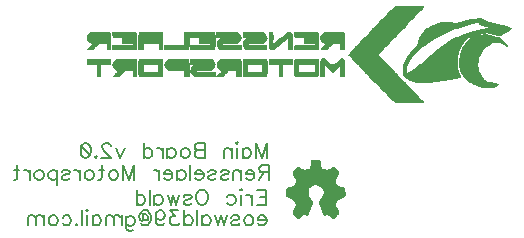
<source format=gbr>
G04 DipTrace 2.4.0.2*
%INBottomSilk.gbr*%
%MOIN*%
%ADD12C,0.003*%
%ADD77C,0.0077*%
%FSLAX44Y44*%
G04*
G70*
G90*
G75*
G01*
%LNBotSilk*%
%LPD*%
X17241Y12154D2*
D12*
X18201D1*
X17211Y12124D2*
X18185D1*
X17181Y12094D2*
X18163D1*
X17151Y12064D2*
X18138D1*
X17121Y12034D2*
X18110D1*
X17091Y12004D2*
X18080D1*
X17061Y11974D2*
X18051D1*
X17031Y11944D2*
X18021D1*
X17001Y11914D2*
X17991D1*
X16971Y11884D2*
X17961D1*
X16941Y11854D2*
X17931D1*
X16911Y11824D2*
X17901D1*
X16881Y11794D2*
X17871D1*
X16851Y11764D2*
X17841D1*
X20031D2*
X20121D1*
X16821Y11734D2*
X17811D1*
X19904D2*
X20138D1*
X16791Y11704D2*
X17781D1*
X19775D2*
X20155D1*
X16761Y11674D2*
X17751D1*
X19649D2*
X20203D1*
X16732Y11644D2*
X17721D1*
X19528D2*
X20284D1*
X16706Y11614D2*
X17692D1*
X18801D2*
X19101D1*
X19409D2*
X20395D1*
X16683Y11584D2*
X17666D1*
X18695D2*
X19249D1*
X19287D2*
X19830D1*
X20037D2*
X20521D1*
X16660Y11554D2*
X17643D1*
X18602D2*
X19726D1*
X20063D2*
X20659D1*
X16631Y11524D2*
X17621D1*
X18522D2*
X19626D1*
X20146D2*
X20804D1*
X16597Y11494D2*
X17596D1*
X18455D2*
X19526D1*
X20265D2*
X20936D1*
X16560Y11464D2*
X17569D1*
X18398D2*
X19427D1*
X20412D2*
X21032D1*
X16527Y11434D2*
X17539D1*
X18348D2*
X19331D1*
X20571D2*
X21100D1*
X16498Y11404D2*
X17507D1*
X18305D2*
X19241D1*
X20351D2*
X21128D1*
X16474Y11374D2*
X17474D1*
X18267D2*
X19161D1*
X20165D2*
X21093D1*
X16451Y11344D2*
X17443D1*
X18234D2*
X18725D1*
X18757D2*
X19090D1*
X20009D2*
X21040D1*
X16426Y11314D2*
X17416D1*
X18203D2*
X19024D1*
X19873D2*
X20979D1*
X7101Y11284D2*
X7731D1*
X7821D2*
X8601D1*
X8721D2*
X9471D1*
X10221D2*
X10371D1*
X10431D2*
X11211D1*
X11301D2*
X11991D1*
X12171D2*
X12831D1*
X13041D2*
X13161D1*
X13671D2*
X13761D1*
X13881D2*
X14661D1*
X14901D2*
X15531D1*
X16399D2*
X17388D1*
X18176D2*
X18958D1*
X19753D2*
X20920D1*
X7058Y11254D2*
X7745D1*
X7821D2*
X8615D1*
X8711D2*
X9485D1*
X10221D2*
X10371D1*
X10431D2*
X11225D1*
X11301D2*
X12030D1*
X12171D2*
X12873D1*
X13041D2*
X13162D1*
X13635D2*
X13789D1*
X13881D2*
X14675D1*
X14848D2*
X15545D1*
X16370D2*
X17360D1*
X18153D2*
X18893D1*
X19645D2*
X20241D1*
X20434D2*
X20864D1*
X7025Y11224D2*
X7753D1*
X7822D2*
X8623D1*
X8702D2*
X9493D1*
X10221D2*
X10371D1*
X10431D2*
X11233D1*
X11301D2*
X12060D1*
X12171D2*
X12907D1*
X13041D2*
X13166D1*
X13595D2*
X13809D1*
X13882D2*
X14683D1*
X14809D2*
X15553D1*
X16341D2*
X17330D1*
X18132D2*
X18828D1*
X19550D2*
X20091D1*
X20181D2*
X20241D1*
X20553D2*
X20808D1*
X6999Y11194D2*
X7758D1*
X7827D2*
X8628D1*
X8696D2*
X9498D1*
X10221D2*
X10371D1*
X10431D2*
X11238D1*
X11301D2*
X12082D1*
X12171D2*
X12933D1*
X13041D2*
X13173D1*
X13553D2*
X13815D1*
X13887D2*
X14688D1*
X14783D2*
X15558D1*
X16311D2*
X17301D1*
X18111D2*
X18762D1*
X19469D2*
X19925D1*
X19957D2*
X20391D1*
X20661D2*
X20751D1*
X6989Y11164D2*
X7760D1*
X7837D2*
X8630D1*
X8693D2*
X9500D1*
X10221D2*
X10371D1*
X10431D2*
X11240D1*
X11301D2*
X12096D1*
X12171D2*
X12943D1*
X13041D2*
X13181D1*
X13513D2*
X13819D1*
X13897D2*
X14690D1*
X14767D2*
X15560D1*
X16281D2*
X17271D1*
X18092D2*
X18701D1*
X19399D2*
X19803D1*
X19876D2*
X20512D1*
X6985Y11134D2*
X7760D1*
X7851D2*
X8630D1*
X8692D2*
X9500D1*
X10221D2*
X10371D1*
X10431D2*
X11240D1*
X11301D2*
X12104D1*
X12171D2*
X12953D1*
X13041D2*
X13185D1*
X13476D2*
X13820D1*
X13911D2*
X14690D1*
X14758D2*
X15560D1*
X16251D2*
X17241D1*
X18076D2*
X18650D1*
X19337D2*
X19738D1*
X19839D2*
X20605D1*
X6982Y11104D2*
X7131D1*
X7641D2*
X7761D1*
X8511D2*
X8631D1*
X8691D2*
X8841D1*
X9351D2*
X9501D1*
X10221D2*
X10371D1*
X11091D2*
X11241D1*
X11931D2*
X12107D1*
X12801D2*
X12966D1*
X13041D2*
X13184D1*
X13439D2*
X13821D1*
X14571D2*
X14691D1*
X14755D2*
X14931D1*
X15411D2*
X15561D1*
X16221D2*
X17211D1*
X18063D2*
X18603D1*
X19274D2*
X19687D1*
X19800D2*
X20679D1*
X6983Y11074D2*
X7761D1*
X8151D2*
X8631D1*
X8691D2*
X9501D1*
X10221D2*
X10371D1*
X10731D2*
X11241D1*
X11421D2*
X12106D1*
X12291D2*
X12981D1*
X13041D2*
X13178D1*
X13404D2*
X13821D1*
X14211D2*
X14691D1*
X14757D2*
X15561D1*
X16191D2*
X17181D1*
X18052D2*
X18553D1*
X19209D2*
X19648D1*
X19761D2*
X20741D1*
X6988Y11044D2*
X7761D1*
X8151D2*
X8631D1*
X8691D2*
X9501D1*
X10221D2*
X10371D1*
X10731D2*
X11241D1*
X11378D2*
X12093D1*
X12245D2*
X12961D1*
X13041D2*
X13171D1*
X13368D2*
X13606D1*
X13701D2*
X13821D1*
X14211D2*
X14691D1*
X14765D2*
X15561D1*
X16161D2*
X17151D1*
X18041D2*
X18502D1*
X19146D2*
X19614D1*
X19721D2*
X20791D1*
X6997Y11014D2*
X7761D1*
X8151D2*
X8631D1*
X8691D2*
X9501D1*
X10221D2*
X10371D1*
X10731D2*
X11241D1*
X11345D2*
X12071D1*
X12211D2*
X12939D1*
X13041D2*
X13166D1*
X13329D2*
X13569D1*
X13701D2*
X13821D1*
X14211D2*
X14691D1*
X14780D2*
X15561D1*
X16131D2*
X17121D1*
X18031D2*
X18452D1*
X19089D2*
X19582D1*
X19682D2*
X20831D1*
X7028Y10984D2*
X7761D1*
X8151D2*
X8631D1*
X8691D2*
X9501D1*
X10221D2*
X10371D1*
X10731D2*
X11241D1*
X11319D2*
X12042D1*
X12187D2*
X12910D1*
X13041D2*
X13164D1*
X13290D2*
X13531D1*
X13701D2*
X13821D1*
X14211D2*
X14691D1*
X14800D2*
X15561D1*
X16101D2*
X17092D1*
X18021D2*
X18402D1*
X19039D2*
X19552D1*
X19647D2*
X20863D1*
X7069Y10954D2*
X7761D1*
X8151D2*
X8631D1*
X8691D2*
X9501D1*
X10221D2*
X10371D1*
X10731D2*
X11241D1*
X11309D2*
X12003D1*
X12179D2*
X12873D1*
X13041D2*
X13168D1*
X13250D2*
X13496D1*
X13701D2*
X13821D1*
X14211D2*
X14691D1*
X14841D2*
X15561D1*
X16071D2*
X17065D1*
X18011D2*
X18356D1*
X18994D2*
X19526D1*
X19618D2*
X20892D1*
X7115Y10924D2*
X7761D1*
X8151D2*
X8631D1*
X8691D2*
X9501D1*
X10221D2*
X10371D1*
X10731D2*
X11241D1*
X11305D2*
X11961D1*
X12174D2*
X12831D1*
X13041D2*
X13177D1*
X13207D2*
X13462D1*
X13701D2*
X13821D1*
X14211D2*
X14691D1*
X14886D2*
X15561D1*
X16041D2*
X17038D1*
X18002D2*
X18314D1*
X18952D2*
X19503D1*
X19594D2*
X20445D1*
X20811D2*
X20921D1*
X7161Y10894D2*
X7341D1*
X7641D2*
X7761D1*
X8511D2*
X8631D1*
X8691D2*
X8841D1*
X9381D2*
X9501D1*
X10221D2*
X10371D1*
X11091D2*
X11241D1*
X11302D2*
X11481D1*
X12172D2*
X12351D1*
X13041D2*
X13427D1*
X13701D2*
X13821D1*
X14571D2*
X14691D1*
X14931D2*
X15141D1*
X15411D2*
X15561D1*
X16011D2*
X17009D1*
X17994D2*
X18275D1*
X18910D2*
X19482D1*
X19572D2*
X20404D1*
X20871D2*
X20950D1*
X7131Y10864D2*
X7311D1*
X7641D2*
X7761D1*
X7821D2*
X8631D1*
X8691D2*
X8841D1*
X9381D2*
X9501D1*
X9561D2*
X10371D1*
X10431D2*
X11241D1*
X11303D2*
X12111D1*
X12173D2*
X12951D1*
X13041D2*
X13389D1*
X13701D2*
X13821D1*
X13911D2*
X14691D1*
X14901D2*
X15111D1*
X15411D2*
X15561D1*
X15981D2*
X16976D1*
X17982D2*
X18234D1*
X18867D2*
X19461D1*
X19551D2*
X20359D1*
X20931D2*
X20972D1*
X7101Y10834D2*
X7281D1*
X7641D2*
X7761D1*
X7821D2*
X8631D1*
X8691D2*
X8841D1*
X9381D2*
X9501D1*
X9561D2*
X10371D1*
X10431D2*
X11241D1*
X11307D2*
X12111D1*
X12176D2*
X12951D1*
X13042D2*
X13350D1*
X13701D2*
X13821D1*
X13897D2*
X14691D1*
X14871D2*
X15081D1*
X15411D2*
X15561D1*
X15952D2*
X16944D1*
X17962D2*
X18193D1*
X18824D2*
X19442D1*
X19532D2*
X20316D1*
X20991D2*
D3*
X7071Y10804D2*
X7252D1*
X7641D2*
X7761D1*
X7821D2*
X8631D1*
X8691D2*
X8841D1*
X9381D2*
X9501D1*
X9561D2*
X10370D1*
X10431D2*
X11240D1*
X11319D2*
X12111D1*
X12186D2*
X12951D1*
X13046D2*
X13312D1*
X13701D2*
X13821D1*
X13888D2*
X14691D1*
X14842D2*
X15052D1*
X15411D2*
X15561D1*
X15926D2*
X16913D1*
X17937D2*
X18153D1*
X18783D2*
X19426D1*
X19515D2*
X20278D1*
X7041Y10774D2*
X7227D1*
X7641D2*
X7761D1*
X7821D2*
X8631D1*
X8691D2*
X8841D1*
X9381D2*
X9501D1*
X9561D2*
X10365D1*
X10431D2*
X11235D1*
X11339D2*
X12111D1*
X12203D2*
X12951D1*
X13053D2*
X13276D1*
X13701D2*
X13821D1*
X13884D2*
X14691D1*
X14817D2*
X15027D1*
X15411D2*
X15561D1*
X15903D2*
X16886D1*
X17910D2*
X18116D1*
X18745D2*
X19413D1*
X19499D2*
X20244D1*
X7011Y10744D2*
X7207D1*
X7641D2*
X7761D1*
X7821D2*
X8631D1*
X8691D2*
X8841D1*
X9381D2*
X9501D1*
X9561D2*
X10355D1*
X10431D2*
X11225D1*
X11364D2*
X12111D1*
X12229D2*
X12951D1*
X13062D2*
X13246D1*
X13701D2*
X13821D1*
X13882D2*
X14691D1*
X14797D2*
X15007D1*
X15411D2*
X15561D1*
X15881D2*
X16863D1*
X17879D2*
X18083D1*
X18708D2*
X19402D1*
X19485D2*
X20213D1*
X6981Y10714D2*
X7191D1*
X7641D2*
X7761D1*
X7821D2*
X8631D1*
X8691D2*
X8841D1*
X9381D2*
X9501D1*
X9561D2*
X10341D1*
X10431D2*
X11211D1*
X11391D2*
X12111D1*
X12261D2*
X12951D1*
X13071D2*
X13221D1*
X13701D2*
X13821D1*
X13881D2*
X14691D1*
X14781D2*
X14991D1*
X15411D2*
X15561D1*
X15856D2*
X16841D1*
X17847D2*
X18052D1*
X18670D2*
X19390D1*
X19472D2*
X20186D1*
X15829Y10684D2*
X16816D1*
X17815D2*
X18021D1*
X18631D2*
X19377D1*
X19462D2*
X20163D1*
X15799Y10654D2*
X16789D1*
X17787D2*
X17991D1*
X18595D2*
X19364D1*
X19451D2*
X20142D1*
X15767Y10624D2*
X16760D1*
X17764D2*
X17960D1*
X18559D2*
X19353D1*
X19441D2*
X20121D1*
X15736Y10594D2*
X16731D1*
X17742D2*
X17927D1*
X18524D2*
X19345D1*
X19431D2*
X20102D1*
X15710Y10564D2*
X16701D1*
X17721D2*
X17894D1*
X18492D2*
X19338D1*
X19421D2*
X20085D1*
X15700Y10534D2*
X16671D1*
X17701D2*
X17863D1*
X18461D2*
X19330D1*
X19412D2*
X20069D1*
X15721Y10504D2*
X16701D1*
X17681D2*
X17837D1*
X18426D2*
X19321D1*
X19406D2*
X20055D1*
X15745Y10474D2*
X16731D1*
X17661D2*
X17813D1*
X18389D2*
X19316D1*
X19403D2*
X20042D1*
X15773Y10444D2*
X16761D1*
X17641D2*
X17792D1*
X18350D2*
X19313D1*
X19402D2*
X20032D1*
X14811Y10414D2*
X14901D1*
X15441D2*
X15501D1*
X15802D2*
X16791D1*
X17621D2*
X17771D1*
X18312D2*
X19312D1*
X19401D2*
X20021D1*
X6981Y10384D2*
X7761D1*
X7941D2*
X8631D1*
X8721D2*
X9471D1*
X9681D2*
X10341D1*
X10431D2*
X11151D1*
X11421D2*
X12081D1*
X12171D2*
X12951D1*
X13041D2*
X13821D1*
X13911D2*
X14691D1*
X14787D2*
X14931D1*
X15411D2*
X15525D1*
X15831D2*
X16821D1*
X17602D2*
X17751D1*
X18276D2*
X19311D1*
X19400D2*
X20012D1*
X6981Y10354D2*
X7761D1*
X7912D2*
X8631D1*
X8707D2*
X9485D1*
X9642D2*
X10355D1*
X10431D2*
X11176D1*
X11375D2*
X12095D1*
X12171D2*
X12961D1*
X13041D2*
X13821D1*
X13897D2*
X14691D1*
X14769D2*
X14961D1*
X15381D2*
X15543D1*
X15861D2*
X16851D1*
X17586D2*
X17732D1*
X18243D2*
X19311D1*
X19396D2*
X20006D1*
X6981Y10324D2*
X7761D1*
X7886D2*
X8631D1*
X8698D2*
X9493D1*
X9612D2*
X10363D1*
X10431D2*
X11198D1*
X11341D2*
X12103D1*
X12171D2*
X12970D1*
X13041D2*
X13821D1*
X13888D2*
X14691D1*
X14759D2*
X14991D1*
X15350D2*
X15553D1*
X15891D2*
X16881D1*
X17573D2*
X17715D1*
X18211D2*
X19311D1*
X19389D2*
X20003D1*
X6981Y10294D2*
X7761D1*
X7864D2*
X8631D1*
X8694D2*
X9498D1*
X9590D2*
X10368D1*
X10431D2*
X11215D1*
X11317D2*
X12108D1*
X12171D2*
X12976D1*
X13041D2*
X13821D1*
X13884D2*
X14691D1*
X14754D2*
X15021D1*
X15316D2*
X15557D1*
X15921D2*
X16911D1*
X17561D2*
X17699D1*
X18177D2*
X19311D1*
X19382D2*
X20002D1*
X6981Y10264D2*
X7761D1*
X7847D2*
X8631D1*
X8692D2*
X9500D1*
X9576D2*
X10370D1*
X10431D2*
X11227D1*
X11309D2*
X12110D1*
X12171D2*
X12979D1*
X13041D2*
X13821D1*
X13882D2*
X14691D1*
X14752D2*
X15053D1*
X15276D2*
X15560D1*
X15951D2*
X16941D1*
X17547D2*
X17684D1*
X18143D2*
X19311D1*
X19381D2*
X20001D1*
X6981Y10234D2*
X7761D1*
X7836D2*
X8631D1*
X8691D2*
X9500D1*
X9568D2*
X10370D1*
X10431D2*
X11235D1*
X11304D2*
X12110D1*
X12171D2*
X12980D1*
X13041D2*
X13821D1*
X13881D2*
X14691D1*
X14751D2*
X15093D1*
X15229D2*
X15560D1*
X15981D2*
X16971D1*
X17534D2*
X17668D1*
X18107D2*
X19311D1*
X19385D2*
X20001D1*
X7311Y10204D2*
X7431D1*
X7829D2*
X8001D1*
X8511D2*
X8631D1*
X8691D2*
X8841D1*
X9351D2*
X9501D1*
X9565D2*
X9741D1*
X10221D2*
X10371D1*
X11091D2*
X11237D1*
X11302D2*
X11451D1*
X11961D2*
X12111D1*
X12171D2*
X12321D1*
X12831D2*
X12981D1*
X13371D2*
X13491D1*
X13881D2*
X14031D1*
X14571D2*
X14691D1*
X14751D2*
X15143D1*
X15173D2*
X15561D1*
X16011D2*
X17001D1*
X17523D2*
X17653D1*
X18069D2*
X19311D1*
X19392D2*
X20001D1*
X7311Y10174D2*
X7431D1*
X7835D2*
X8631D1*
X8691D2*
X8841D1*
X9351D2*
X9501D1*
X9567D2*
X10371D1*
X10521D2*
X11235D1*
X11303D2*
X12111D1*
X12171D2*
X12321D1*
X12831D2*
X12981D1*
X13371D2*
X13491D1*
X13881D2*
X14031D1*
X14571D2*
X14691D1*
X14751D2*
X15561D1*
X16040D2*
X17031D1*
X17517D2*
X17638D1*
X18031D2*
X19311D1*
X19396D2*
X20001D1*
X7311Y10144D2*
X7431D1*
X7844D2*
X8631D1*
X8691D2*
X8841D1*
X9351D2*
X9501D1*
X9575D2*
X10371D1*
X10489D2*
X11227D1*
X11307D2*
X12111D1*
X12171D2*
X12321D1*
X12831D2*
X12981D1*
X13371D2*
X13491D1*
X13881D2*
X14031D1*
X14571D2*
X14691D1*
X14751D2*
X14901D1*
X14956D2*
X15561D1*
X16067D2*
X17061D1*
X17513D2*
X17625D1*
X17995D2*
X19312D1*
X19399D2*
X20001D1*
X7311Y10114D2*
X7431D1*
X7855D2*
X8631D1*
X8691D2*
X8841D1*
X9351D2*
X9501D1*
X9588D2*
X10371D1*
X10464D2*
X11213D1*
X11317D2*
X12111D1*
X12171D2*
X12321D1*
X12831D2*
X12981D1*
X13371D2*
X13491D1*
X13881D2*
X14031D1*
X14571D2*
X14691D1*
X14751D2*
X14901D1*
X14980D2*
X15351D1*
X15411D2*
X15561D1*
X16094D2*
X17091D1*
X17512D2*
X17613D1*
X17958D2*
X19316D1*
X19400D2*
X20002D1*
X7311Y10084D2*
X7431D1*
X7884D2*
X8631D1*
X8691D2*
X8841D1*
X9351D2*
X9501D1*
X9610D2*
X10371D1*
X10447D2*
X11191D1*
X11345D2*
X12111D1*
X12171D2*
X12321D1*
X12831D2*
X12981D1*
X13371D2*
X13491D1*
X13881D2*
X14031D1*
X14571D2*
X14691D1*
X14751D2*
X14901D1*
X15006D2*
X15321D1*
X15411D2*
X15561D1*
X16123D2*
X17121D1*
X17511D2*
X17607D1*
X17918D2*
X19323D1*
X19402D2*
X20006D1*
X7311Y10054D2*
X7431D1*
X7921D2*
X8631D1*
X8691D2*
X8841D1*
X9351D2*
X9501D1*
X9643D2*
X10371D1*
X10438D2*
X11159D1*
X11382D2*
X12111D1*
X12171D2*
X12321D1*
X12831D2*
X12981D1*
X13371D2*
X13491D1*
X13881D2*
X14031D1*
X14571D2*
X14691D1*
X14751D2*
X14901D1*
X15038D2*
X15290D1*
X15411D2*
X15561D1*
X16156D2*
X17151D1*
X17511D2*
X17603D1*
X17875D2*
X19332D1*
X19406D2*
X20013D1*
X7311Y10024D2*
X7431D1*
X7961D2*
X8631D1*
X8691D2*
X8841D1*
X9351D2*
X9501D1*
X9681D2*
X10371D1*
X10434D2*
X11121D1*
X11430D2*
X12111D1*
X12171D2*
X12321D1*
X12831D2*
X12981D1*
X13371D2*
X13491D1*
X13881D2*
X14031D1*
X14571D2*
X14691D1*
X14751D2*
X14901D1*
X15073D2*
X15255D1*
X15411D2*
X15561D1*
X16188D2*
X17180D1*
X17511D2*
X17602D1*
X17828D2*
X19341D1*
X19414D2*
X20022D1*
X7311Y9994D2*
X7431D1*
X8001D2*
X8212D1*
X8511D2*
X8631D1*
X8691D2*
X8841D1*
X9351D2*
X9501D1*
X10221D2*
X10371D1*
X10432D2*
X10611D1*
X11481D2*
X11662D1*
X11961D2*
X12111D1*
X12171D2*
X12321D1*
X12831D2*
X12981D1*
X13371D2*
X13491D1*
X13881D2*
X14031D1*
X14571D2*
X14691D1*
X14751D2*
X14901D1*
X15107D2*
X15215D1*
X15411D2*
X15561D1*
X16218D2*
X17206D1*
X17511D2*
X17604D1*
X17778D2*
X19351D1*
X19426D2*
X20031D1*
X7311Y9964D2*
X7431D1*
X7981D2*
X8186D1*
X8511D2*
X8631D1*
X8691D2*
X9501D1*
X10221D2*
X10371D1*
X10433D2*
X11241D1*
X11451D2*
X11636D1*
X11961D2*
X12111D1*
X12171D2*
X12981D1*
X13371D2*
X13491D1*
X13881D2*
X14691D1*
X14751D2*
X14901D1*
X15141D2*
X15171D1*
X15411D2*
X15561D1*
X16245D2*
X17229D1*
X17511D2*
X17609D1*
X17725D2*
X19361D1*
X19439D2*
X20042D1*
X7311Y9934D2*
X7431D1*
X7959D2*
X8163D1*
X8511D2*
X8631D1*
X8691D2*
X9501D1*
X10221D2*
X10371D1*
X10437D2*
X11241D1*
X11421D2*
X11613D1*
X11961D2*
X12111D1*
X12171D2*
X12980D1*
X13371D2*
X13491D1*
X13881D2*
X14691D1*
X14751D2*
X14901D1*
X15411D2*
X15561D1*
X16268D2*
X17251D1*
X17511D2*
X17632D1*
X17665D2*
X19371D1*
X19454D2*
X20056D1*
X7311Y9904D2*
X7431D1*
X7932D2*
X8141D1*
X8511D2*
X8631D1*
X8692D2*
X9500D1*
X10221D2*
X10371D1*
X10447D2*
X11241D1*
X11391D2*
X11591D1*
X11961D2*
X12111D1*
X12171D2*
X12976D1*
X13371D2*
X13491D1*
X13882D2*
X14690D1*
X14751D2*
X14901D1*
X15411D2*
X15561D1*
X16291D2*
X17276D1*
X17512D2*
X19382D1*
X19469D2*
X20073D1*
X7311Y9874D2*
X7431D1*
X7902D2*
X8116D1*
X8511D2*
X8631D1*
X8697D2*
X9495D1*
X10221D2*
X10371D1*
X10474D2*
X11241D1*
X11361D2*
X11566D1*
X11961D2*
X12111D1*
X12171D2*
X12968D1*
X13371D2*
X13491D1*
X13887D2*
X14685D1*
X14751D2*
X14901D1*
X15411D2*
X15561D1*
X16316D2*
X17303D1*
X17515D2*
X19395D1*
X19485D2*
X20092D1*
X7311Y9844D2*
X7431D1*
X7875D2*
X8089D1*
X8511D2*
X8631D1*
X8707D2*
X9485D1*
X10221D2*
X10371D1*
X10510D2*
X11241D1*
X11331D2*
X11539D1*
X11961D2*
X12111D1*
X12171D2*
X12959D1*
X13371D2*
X13491D1*
X13897D2*
X14675D1*
X14751D2*
X14901D1*
X15411D2*
X15561D1*
X16343D2*
X17332D1*
X17534D2*
X19408D1*
X19503D2*
X20111D1*
X7311Y9814D2*
X7431D1*
X7851D2*
X8061D1*
X8511D2*
X8631D1*
X8721D2*
X9471D1*
X10221D2*
X10371D1*
X10551D2*
X11241D1*
X11301D2*
X11511D1*
X11961D2*
X12111D1*
X12171D2*
X12951D1*
X13371D2*
X13491D1*
X13911D2*
X14661D1*
X14751D2*
X14901D1*
X15411D2*
X15561D1*
X16372D2*
X17361D1*
X17562D2*
X19420D1*
X19527D2*
X20131D1*
X16401Y9784D2*
X17391D1*
X17599D2*
X19431D1*
X19553D2*
X20151D1*
X16431Y9754D2*
X17421D1*
X17642D2*
X19251D1*
X19582D2*
X20172D1*
X16461Y9724D2*
X17451D1*
X17694D2*
X19068D1*
X19611D2*
X20197D1*
X16492Y9694D2*
X17481D1*
X17764D2*
X18865D1*
X19642D2*
X20230D1*
X16526Y9664D2*
X17511D1*
X17856D2*
X18631D1*
X19677D2*
X20271D1*
X16563Y9634D2*
X17541D1*
X17961D2*
X18381D1*
X19719D2*
X20328D1*
X16601Y9604D2*
X17571D1*
X19770D2*
X20415D1*
X16635Y9574D2*
X17601D1*
X19830D2*
X20542D1*
X16664Y9544D2*
X17631D1*
X19897D2*
X20691D1*
X16688Y9514D2*
X17661D1*
X19973D2*
X20641D1*
X16711Y9484D2*
X17691D1*
X20059D2*
X20592D1*
X16736Y9454D2*
X17721D1*
X20151D2*
X20541D1*
X16763Y9424D2*
X17751D1*
X16792Y9394D2*
X17780D1*
X16821Y9364D2*
X17807D1*
X16851Y9334D2*
X17834D1*
X16881Y9304D2*
X17863D1*
X16911Y9274D2*
X17896D1*
X16941Y9244D2*
X17928D1*
X16971Y9214D2*
X17958D1*
X17001Y9184D2*
X17985D1*
X17031Y9154D2*
X18008D1*
X17061Y9124D2*
X18031D1*
X17091Y9094D2*
X18056D1*
X17121Y9064D2*
X18083D1*
X17151Y9034D2*
X18112D1*
X17181Y9004D2*
X18141D1*
X17211Y8974D2*
X18171D1*
X17241Y8944D2*
X18201D1*
X14461Y7034D2*
X14731D1*
X14461Y7004D2*
X14732D1*
X14460Y6974D2*
X14736D1*
X14456Y6944D2*
X14743D1*
X14449Y6914D2*
X14751D1*
X14441Y6884D2*
X14756D1*
X14436Y6854D2*
X14760D1*
X14432Y6824D2*
X14765D1*
X13981Y6794D2*
X14041D1*
X14427D2*
X14775D1*
X15151D2*
X15211D1*
X13952Y6764D2*
X14081D1*
X14411D2*
X14790D1*
X15110D2*
X15241D1*
X13926Y6734D2*
X14123D1*
X14373D2*
X14824D1*
X15069D2*
X15271D1*
X13903Y6704D2*
X14168D1*
X14318D2*
X14877D1*
X15024D2*
X15300D1*
X13882Y6674D2*
X14221D1*
X14244D2*
X14949D1*
X14971D2*
X15325D1*
X13862Y6644D2*
X15342D1*
X13845Y6614D2*
X15354D1*
X13841Y6584D2*
X15353D1*
X13850Y6554D2*
X15346D1*
X13865Y6524D2*
X15334D1*
X13882Y6494D2*
X15318D1*
X13901Y6464D2*
X15300D1*
X13920Y6434D2*
X15282D1*
X13935Y6404D2*
X15266D1*
X13943Y6374D2*
X15254D1*
X13947Y6344D2*
X15248D1*
X13945Y6314D2*
X15249D1*
X13937Y6284D2*
X15255D1*
X13925Y6254D2*
X15266D1*
X13909Y6224D2*
X14552D1*
X14629D2*
X15282D1*
X13888Y6194D2*
X14497D1*
X14694D2*
X15303D1*
X13836Y6164D2*
X14451D1*
X14744D2*
X15356D1*
X13768Y6134D2*
X14414D1*
X14783D2*
X15424D1*
X13705Y6104D2*
X14388D1*
X14812D2*
X15487D1*
X13655Y6074D2*
X14368D1*
X14833D2*
X15537D1*
X13634Y6044D2*
X14355D1*
X14847D2*
X15558D1*
X13627Y6014D2*
X14347D1*
X14859D2*
X15565D1*
X13623Y5984D2*
X14344D1*
X14869D2*
X15568D1*
X13622Y5954D2*
X14342D1*
X14874D2*
X15570D1*
X13621Y5924D2*
X14341D1*
X14874D2*
X15571D1*
X13621Y5894D2*
X14342D1*
X14868D2*
X15571D1*
X13623Y5864D2*
X14346D1*
X14859D2*
X15569D1*
X13626Y5834D2*
X14354D1*
X14849D2*
X15565D1*
X13649Y5804D2*
X14367D1*
X14834D2*
X15543D1*
X13707Y5774D2*
X14384D1*
X14813D2*
X15485D1*
X13775Y5744D2*
X14407D1*
X14788D2*
X15418D1*
X13834Y5714D2*
X14432D1*
X14761D2*
X15362D1*
X13880Y5684D2*
X14455D1*
X14738D2*
X15325D1*
X13901Y5654D2*
X14475D1*
X14720D2*
X15300D1*
X13917Y5624D2*
X14481D1*
X14720D2*
X15281D1*
X13929Y5594D2*
X14476D1*
X14725D2*
X15265D1*
X13939Y5564D2*
X14469D1*
X14732D2*
X15255D1*
X13944Y5534D2*
X14460D1*
X14743D2*
X15249D1*
X13945Y5504D2*
X14449D1*
X14755D2*
X15256D1*
X13933Y5474D2*
X14437D1*
X14768D2*
X15268D1*
X13917Y5444D2*
X14424D1*
X14780D2*
X15284D1*
X13900Y5414D2*
X14412D1*
X14790D2*
X15302D1*
X13881Y5384D2*
X14402D1*
X14801D2*
X15320D1*
X13862Y5354D2*
X14390D1*
X14811D2*
X15336D1*
X13845Y5324D2*
X14377D1*
X14821D2*
X15348D1*
X13840Y5294D2*
X14364D1*
X14831D2*
X15353D1*
X13847Y5264D2*
X14352D1*
X14841D2*
X15355D1*
X13858Y5234D2*
X14341D1*
X14852D2*
X15342D1*
X13875Y5204D2*
X14327D1*
X14865D2*
X15322D1*
X13897Y5174D2*
X14156D1*
X14281D2*
X14311D1*
X14881D2*
X14911D1*
X15036D2*
X15297D1*
X13924Y5144D2*
X14119D1*
X15073D2*
X15270D1*
X13952Y5114D2*
X14080D1*
X15112D2*
X15240D1*
X13981Y5084D2*
X14041D1*
X15151D2*
X15211D1*
X17241Y12154D2*
X17211Y12124D1*
X17181Y12094D1*
X17151Y12064D1*
X17121Y12034D1*
X17091Y12004D1*
X17061Y11974D1*
X17031Y11944D1*
X17001Y11914D1*
X16971Y11884D1*
X16941Y11854D1*
X16911Y11824D1*
X16881Y11794D1*
X16851Y11764D1*
X16821Y11734D1*
X16791Y11704D1*
X16761Y11674D1*
X16732Y11644D1*
X16706Y11614D1*
X16683Y11584D1*
X16660Y11554D1*
X16631Y11524D1*
X16597Y11494D1*
X16560Y11464D1*
X16527Y11434D1*
X16498Y11404D1*
X16474Y11374D1*
X16451Y11344D1*
X16426Y11314D1*
X16399Y11284D1*
X16370Y11254D1*
X16341Y11224D1*
X16311Y11194D1*
X16281Y11164D1*
X16251Y11134D1*
X16221Y11104D1*
X16191Y11074D1*
X16161Y11044D1*
X16131Y11014D1*
X16101Y10984D1*
X16071Y10954D1*
X16041Y10924D1*
X16011Y10894D1*
X15981Y10864D1*
X15952Y10834D1*
X15926Y10804D1*
X15903Y10774D1*
X15881Y10744D1*
X15856Y10714D1*
X15829Y10684D1*
X15799Y10654D1*
X15767Y10624D1*
X15736Y10594D1*
X15710Y10564D1*
X15700Y10534D1*
X15721Y10504D1*
X15745Y10474D1*
X15773Y10444D1*
X15802Y10414D1*
X15831Y10384D1*
X15861Y10354D1*
X15891Y10324D1*
X15921Y10294D1*
X15951Y10264D1*
X15981Y10234D1*
X16011Y10204D1*
X16040Y10174D1*
X16067Y10144D1*
X16094Y10114D1*
X16123Y10084D1*
X16156Y10054D1*
X16188Y10024D1*
X16218Y9994D1*
X16245Y9964D1*
X16268Y9934D1*
X16291Y9904D1*
X16316Y9874D1*
X16343Y9844D1*
X16372Y9814D1*
X16401Y9784D1*
X16431Y9754D1*
X16461Y9724D1*
X16492Y9694D1*
X16526Y9664D1*
X16563Y9634D1*
X16601Y9604D1*
X16635Y9574D1*
X16664Y9544D1*
X16688Y9514D1*
X16711Y9484D1*
X16736Y9454D1*
X16763Y9424D1*
X16792Y9394D1*
X16821Y9364D1*
X16851Y9334D1*
X16881Y9304D1*
X16911Y9274D1*
X16941Y9244D1*
X16971Y9214D1*
X17001Y9184D1*
X17031Y9154D1*
X17061Y9124D1*
X17091Y9094D1*
X17121Y9064D1*
X17151Y9034D1*
X17181Y9004D1*
X17211Y8974D1*
X17241Y8944D1*
X18201Y12154D2*
X18185Y12124D1*
X18163Y12094D1*
X18138Y12064D1*
X18110Y12034D1*
X18080Y12004D1*
X18051Y11974D1*
X18021Y11944D1*
X17991Y11914D1*
X17961Y11884D1*
X17931Y11854D1*
X17901Y11824D1*
X17871Y11794D1*
X17841Y11764D1*
X17811Y11734D1*
X17781Y11704D1*
X17751Y11674D1*
X17721Y11644D1*
X17692Y11614D1*
X17666Y11584D1*
X17643Y11554D1*
X17621Y11524D1*
X17596Y11494D1*
X17569Y11464D1*
X17539Y11434D1*
X17507Y11404D1*
X17474Y11374D1*
X17443Y11344D1*
X17416Y11314D1*
X17388Y11284D1*
X17360Y11254D1*
X17330Y11224D1*
X17301Y11194D1*
X17271Y11164D1*
X17241Y11134D1*
X17211Y11104D1*
X17181Y11074D1*
X17151Y11044D1*
X17121Y11014D1*
X17092Y10984D1*
X17065Y10954D1*
X17038Y10924D1*
X17009Y10894D1*
X16976Y10864D1*
X16944Y10834D1*
X16913Y10804D1*
X16886Y10774D1*
X16863Y10744D1*
X16841Y10714D1*
X16816Y10684D1*
X16789Y10654D1*
X16760Y10624D1*
X16731Y10594D1*
X16701Y10564D1*
X16671Y10534D1*
X16701Y10504D1*
X16731Y10474D1*
X16761Y10444D1*
X16791Y10414D1*
X16821Y10384D1*
X16851Y10354D1*
X16881Y10324D1*
X16911Y10294D1*
X16941Y10264D1*
X16971Y10234D1*
X17001Y10204D1*
X17031Y10174D1*
X17061Y10144D1*
X17091Y10114D1*
X17121Y10084D1*
X17151Y10054D1*
X17180Y10024D1*
X17206Y9994D1*
X17229Y9964D1*
X17251Y9934D1*
X17276Y9904D1*
X17303Y9874D1*
X17332Y9844D1*
X17361Y9814D1*
X17391Y9784D1*
X17421Y9754D1*
X17451Y9724D1*
X17481Y9694D1*
X17511Y9664D1*
X17541Y9634D1*
X17571Y9604D1*
X17601Y9574D1*
X17631Y9544D1*
X17661Y9514D1*
X17691Y9484D1*
X17721Y9454D1*
X17751Y9424D1*
X17780Y9394D1*
X17807Y9364D1*
X17834Y9334D1*
X17863Y9304D1*
X17896Y9274D1*
X17928Y9244D1*
X17958Y9214D1*
X17985Y9184D1*
X18008Y9154D1*
X18031Y9124D1*
X18056Y9094D1*
X18083Y9064D1*
X18112Y9034D1*
X18141Y9004D1*
X18171Y8974D1*
X18201Y8944D1*
X20031Y11764D2*
X19904Y11734D1*
X19775Y11704D1*
X19649Y11674D1*
X19528Y11644D1*
X19409Y11614D1*
X19287Y11584D1*
X19161Y11554D1*
X20121Y11764D2*
X20138Y11734D1*
X20155Y11704D1*
X20203Y11674D1*
X20284Y11644D1*
X20395Y11614D1*
X20521Y11584D1*
X20659Y11554D1*
X20804Y11524D1*
X20936Y11494D1*
X21032Y11464D1*
X21100Y11434D1*
X21128Y11404D1*
X21093Y11374D1*
X21040Y11344D1*
X20979Y11314D1*
X20920Y11284D1*
X20864Y11254D1*
X20808Y11224D1*
X20751Y11194D1*
X18801Y11614D2*
X18695Y11584D1*
X18602Y11554D1*
X18522Y11524D1*
X18455Y11494D1*
X18398Y11464D1*
X18348Y11434D1*
X18305Y11404D1*
X18267Y11374D1*
X18234Y11344D1*
X18203Y11314D1*
X18176Y11284D1*
X18153Y11254D1*
X18132Y11224D1*
X18111Y11194D1*
X18092Y11164D1*
X18076Y11134D1*
X18063Y11104D1*
X18052Y11074D1*
X18041Y11044D1*
X18031Y11014D1*
X18021Y10984D1*
X18011Y10954D1*
X18002Y10924D1*
X17994Y10894D1*
X17982Y10864D1*
X17962Y10834D1*
X17937Y10804D1*
X17910Y10774D1*
X17879Y10744D1*
X17847Y10714D1*
X17815Y10684D1*
X17787Y10654D1*
X17764Y10624D1*
X17742Y10594D1*
X17721Y10564D1*
X17701Y10534D1*
X17681Y10504D1*
X17661Y10474D1*
X17641Y10444D1*
X17621Y10414D1*
X17602Y10384D1*
X17586Y10354D1*
X17573Y10324D1*
X17561Y10294D1*
X17547Y10264D1*
X17534Y10234D1*
X17523Y10204D1*
X17517Y10174D1*
X17513Y10144D1*
X17512Y10114D1*
X17511Y10084D1*
Y10054D1*
Y10024D1*
Y9994D1*
Y9964D1*
Y9934D1*
X17512Y9904D1*
X17515Y9874D1*
X17534Y9844D1*
X17562Y9814D1*
X17599Y9784D1*
X17642Y9754D1*
X17694Y9724D1*
X17764Y9694D1*
X17856Y9664D1*
X17961Y9634D1*
X19101Y11614D2*
X19249Y11584D1*
X19401Y11554D1*
X19941Y11614D2*
X19830Y11584D1*
X19726Y11554D1*
X19626Y11524D1*
X19526Y11494D1*
X19427Y11464D1*
X19331Y11434D1*
X19241Y11404D1*
X19161Y11374D1*
X19090Y11344D1*
X19024Y11314D1*
X18958Y11284D1*
X18893Y11254D1*
X18828Y11224D1*
X18762Y11194D1*
X18701Y11164D1*
X18650Y11134D1*
X18603Y11104D1*
X18553Y11074D1*
X18502Y11044D1*
X18452Y11014D1*
X18402Y10984D1*
X18356Y10954D1*
X18314Y10924D1*
X18275Y10894D1*
X18234Y10864D1*
X18193Y10834D1*
X18153Y10804D1*
X18116Y10774D1*
X18083Y10744D1*
X18052Y10714D1*
X18021Y10684D1*
X17991Y10654D1*
X17960Y10624D1*
X17927Y10594D1*
X17894Y10564D1*
X17863Y10534D1*
X17837Y10504D1*
X17813Y10474D1*
X17792Y10444D1*
X17771Y10414D1*
X17751Y10384D1*
X17732Y10354D1*
X17715Y10324D1*
X17699Y10294D1*
X17684Y10264D1*
X17668Y10234D1*
X17653Y10204D1*
X17638Y10174D1*
X17625Y10144D1*
X17613Y10114D1*
X17607Y10084D1*
X17603Y10054D1*
X17602Y10024D1*
X17604Y9994D1*
X17609Y9964D1*
X17632Y9934D1*
X17661Y9904D1*
X20031Y11614D2*
X20037Y11584D1*
X20063Y11554D1*
X20146Y11524D1*
X20265Y11494D1*
X20412Y11464D1*
X20571Y11434D1*
X20351Y11404D1*
X20165Y11374D1*
X20009Y11344D1*
X19873Y11314D1*
X19753Y11284D1*
X19645Y11254D1*
X19550Y11224D1*
X19469Y11194D1*
X19399Y11164D1*
X19337Y11134D1*
X19274Y11104D1*
X19209Y11074D1*
X19146Y11044D1*
X19089Y11014D1*
X19039Y10984D1*
X18994Y10954D1*
X18952Y10924D1*
X18910Y10894D1*
X18867Y10864D1*
X18824Y10834D1*
X18783Y10804D1*
X18745Y10774D1*
X18708Y10744D1*
X18670Y10714D1*
X18631Y10684D1*
X18595Y10654D1*
X18559Y10624D1*
X18524Y10594D1*
X18492Y10564D1*
X18461Y10534D1*
X18426Y10504D1*
X18389Y10474D1*
X18350Y10444D1*
X18312Y10414D1*
X18276Y10384D1*
X18243Y10354D1*
X18211Y10324D1*
X18177Y10294D1*
X18143Y10264D1*
X18107Y10234D1*
X18069Y10204D1*
X18031Y10174D1*
X17995Y10144D1*
X17958Y10114D1*
X17918Y10084D1*
X17875Y10054D1*
X17828Y10024D1*
X17778Y9994D1*
X17725Y9964D1*
X17665Y9934D1*
X17601Y9904D1*
X18741Y11374D2*
X18725Y11344D1*
X18711Y11314D1*
X18741Y11374D2*
X18757Y11344D1*
X18771Y11314D1*
X7101Y11284D2*
X7058Y11254D1*
X7025Y11224D1*
X6999Y11194D1*
X6989Y11164D1*
X6985Y11134D1*
X6982Y11104D1*
X6983Y11074D1*
X6988Y11044D1*
X6997Y11014D1*
X7028Y10984D1*
X7069Y10954D1*
X7115Y10924D1*
X7161Y10894D1*
X7131Y10864D1*
X7101Y10834D1*
X7071Y10804D1*
X7041Y10774D1*
X7011Y10744D1*
X6981Y10714D1*
X7731Y11284D2*
X7745Y11254D1*
X7753Y11224D1*
X7758Y11194D1*
X7760Y11164D1*
Y11134D1*
X7761Y11104D1*
Y11074D1*
Y11044D1*
Y11014D1*
Y10984D1*
Y10954D1*
Y10924D1*
Y10894D1*
Y10864D1*
Y10834D1*
Y10804D1*
Y10774D1*
Y10744D1*
Y10714D1*
X7821Y11284D2*
Y11254D1*
X7822Y11224D1*
X7827Y11194D1*
X7837Y11164D1*
X7851Y11134D1*
X8601Y11284D2*
X8615Y11254D1*
X8623Y11224D1*
X8628Y11194D1*
X8630Y11164D1*
Y11134D1*
X8631Y11104D1*
Y11074D1*
Y11044D1*
Y11014D1*
Y10984D1*
Y10954D1*
Y10924D1*
Y10894D1*
Y10864D1*
Y10834D1*
Y10804D1*
Y10774D1*
Y10744D1*
Y10714D1*
X8721Y11284D2*
X8711Y11254D1*
X8702Y11224D1*
X8696Y11194D1*
X8693Y11164D1*
X8692Y11134D1*
X8691Y11104D1*
Y11074D1*
Y11044D1*
Y11014D1*
Y10984D1*
Y10954D1*
Y10924D1*
Y10894D1*
Y10864D1*
Y10834D1*
Y10804D1*
Y10774D1*
Y10744D1*
Y10714D1*
X9471Y11284D2*
X9485Y11254D1*
X9493Y11224D1*
X9498Y11194D1*
X9500Y11164D1*
Y11134D1*
X9501Y11104D1*
Y11074D1*
Y11044D1*
Y11014D1*
Y10984D1*
Y10954D1*
Y10924D1*
Y10894D1*
Y10864D1*
Y10834D1*
Y10804D1*
Y10774D1*
Y10744D1*
Y10714D1*
X10221Y11284D2*
Y11254D1*
Y11224D1*
Y11194D1*
Y11164D1*
Y11134D1*
Y11104D1*
Y11074D1*
Y11044D1*
Y11014D1*
Y10984D1*
Y10954D1*
Y10924D1*
Y10894D1*
Y10864D1*
X10371Y11284D2*
Y11254D1*
Y11224D1*
Y11194D1*
Y11164D1*
Y11134D1*
Y11104D1*
Y11074D1*
Y11044D1*
Y11014D1*
Y10984D1*
Y10954D1*
Y10924D1*
Y10894D1*
Y10864D1*
Y10834D1*
X10370Y10804D1*
X10365Y10774D1*
X10355Y10744D1*
X10341Y10714D1*
X10431Y11284D2*
Y11254D1*
Y11224D1*
Y11194D1*
Y11164D1*
Y11134D1*
X11211Y11284D2*
X11225Y11254D1*
X11233Y11224D1*
X11238Y11194D1*
X11240Y11164D1*
Y11134D1*
X11241Y11104D1*
Y11074D1*
Y11044D1*
Y11014D1*
Y10984D1*
Y10954D1*
Y10924D1*
Y10894D1*
Y10864D1*
Y10834D1*
X11240Y10804D1*
X11235Y10774D1*
X11225Y10744D1*
X11211Y10714D1*
X11301Y11284D2*
Y11254D1*
Y11224D1*
Y11194D1*
Y11164D1*
Y11134D1*
X11991Y11284D2*
X12030Y11254D1*
X12060Y11224D1*
X12082Y11194D1*
X12096Y11164D1*
X12104Y11134D1*
X12107Y11104D1*
X12106Y11074D1*
X12093Y11044D1*
X12071Y11014D1*
X12042Y10984D1*
X12003Y10954D1*
X11961Y10924D1*
X12171Y11284D2*
Y11254D1*
Y11224D1*
Y11194D1*
Y11164D1*
Y11134D1*
X12831Y11284D2*
X12873Y11254D1*
X12907Y11224D1*
X12933Y11194D1*
X12943Y11164D1*
X12953Y11134D1*
X12966Y11104D1*
X12981Y11074D1*
X12961Y11044D1*
X12939Y11014D1*
X12910Y10984D1*
X12873Y10954D1*
X12831Y10924D1*
X13041Y11284D2*
Y11254D1*
Y11224D1*
Y11194D1*
Y11164D1*
Y11134D1*
Y11104D1*
Y11074D1*
Y11044D1*
Y11014D1*
Y10984D1*
Y10954D1*
Y10924D1*
Y10894D1*
Y10864D1*
X13042Y10834D1*
X13046Y10804D1*
X13053Y10774D1*
X13062Y10744D1*
X13071Y10714D1*
X13161Y11284D2*
X13162Y11254D1*
X13166Y11224D1*
X13173Y11194D1*
X13181Y11164D1*
X13185Y11134D1*
X13184Y11104D1*
X13178Y11074D1*
X13171Y11044D1*
X13166Y11014D1*
X13164Y10984D1*
X13168Y10954D1*
X13177Y10924D1*
X13191Y10894D1*
X13671Y11284D2*
X13635Y11254D1*
X13595Y11224D1*
X13553Y11194D1*
X13513Y11164D1*
X13476Y11134D1*
X13439Y11104D1*
X13404Y11074D1*
X13368Y11044D1*
X13329Y11014D1*
X13290Y10984D1*
X13250Y10954D1*
X13207Y10924D1*
X13161Y10894D1*
X13761Y11284D2*
X13789Y11254D1*
X13809Y11224D1*
X13815Y11194D1*
X13819Y11164D1*
X13820Y11134D1*
X13821Y11104D1*
Y11074D1*
Y11044D1*
Y11014D1*
Y10984D1*
Y10954D1*
Y10924D1*
Y10894D1*
Y10864D1*
Y10834D1*
Y10804D1*
Y10774D1*
Y10744D1*
Y10714D1*
X13881Y11284D2*
Y11254D1*
X13882Y11224D1*
X13887Y11194D1*
X13897Y11164D1*
X13911Y11134D1*
X14661Y11284D2*
X14675Y11254D1*
X14683Y11224D1*
X14688Y11194D1*
X14690Y11164D1*
Y11134D1*
X14691Y11104D1*
Y11074D1*
Y11044D1*
Y11014D1*
Y10984D1*
Y10954D1*
Y10924D1*
Y10894D1*
Y10864D1*
Y10834D1*
Y10804D1*
Y10774D1*
Y10744D1*
Y10714D1*
X14901Y11284D2*
X14848Y11254D1*
X14809Y11224D1*
X14783Y11194D1*
X14767Y11164D1*
X14758Y11134D1*
X14755Y11104D1*
X14757Y11074D1*
X14765Y11044D1*
X14780Y11014D1*
X14800Y10984D1*
X14841Y10954D1*
X14886Y10924D1*
X14931Y10894D1*
X14901Y10864D1*
X14871Y10834D1*
X14842Y10804D1*
X14817Y10774D1*
X14797Y10744D1*
X14781Y10714D1*
X15531Y11284D2*
X15545Y11254D1*
X15553Y11224D1*
X15558Y11194D1*
X15560Y11164D1*
Y11134D1*
X15561Y11104D1*
Y11074D1*
Y11044D1*
Y11014D1*
Y10984D1*
Y10954D1*
Y10924D1*
Y10894D1*
Y10864D1*
Y10834D1*
Y10804D1*
Y10774D1*
Y10744D1*
Y10714D1*
X20241Y11284D2*
Y11254D1*
Y11224D1*
X20391Y11194D1*
X20512Y11164D1*
X20605Y11134D1*
X20679Y11104D1*
X20741Y11074D1*
X20791Y11044D1*
X20831Y11014D1*
X20863Y10984D1*
X20892Y10954D1*
X20921Y10924D1*
X20950Y10894D1*
X20972Y10864D1*
X20991Y10834D1*
X20301Y11284D2*
X20434Y11254D1*
X20553Y11224D1*
X20661Y11194D1*
X20121Y11254D2*
X20091Y11224D1*
X20121Y11194D1*
X20151Y11254D2*
X20181Y11224D1*
X20151Y11194D1*
X19941Y11224D2*
X19925Y11194D1*
X19911Y11164D1*
X19941Y11224D2*
X19957Y11194D1*
X19971Y11164D1*
X19881Y11194D2*
X19803Y11164D1*
X19738Y11134D1*
X19687Y11104D1*
X19648Y11074D1*
X19614Y11044D1*
X19582Y11014D1*
X19552Y10984D1*
X19526Y10954D1*
X19503Y10924D1*
X19482Y10894D1*
X19461Y10864D1*
X19442Y10834D1*
X19426Y10804D1*
X19413Y10774D1*
X19402Y10744D1*
X19390Y10714D1*
X19377Y10684D1*
X19364Y10654D1*
X19353Y10624D1*
X19345Y10594D1*
X19338Y10564D1*
X19330Y10534D1*
X19321Y10504D1*
X19316Y10474D1*
X19313Y10444D1*
X19312Y10414D1*
X19311Y10384D1*
Y10354D1*
Y10324D1*
Y10294D1*
Y10264D1*
Y10234D1*
Y10204D1*
Y10174D1*
X19312Y10144D1*
X19316Y10114D1*
X19323Y10084D1*
X19332Y10054D1*
X19341Y10024D1*
X19351Y9994D1*
X19361Y9964D1*
X19371Y9934D1*
X19382Y9904D1*
X19395Y9874D1*
X19408Y9844D1*
X19420Y9814D1*
X19431Y9784D1*
X19251Y9754D1*
X19068Y9724D1*
X18865Y9694D1*
X18631Y9664D1*
X18381Y9634D1*
X19911Y11194D2*
X19876Y11164D1*
X19839Y11134D1*
X19800Y11104D1*
X19761Y11074D1*
X19721Y11044D1*
X19682Y11014D1*
X19647Y10984D1*
X19618Y10954D1*
X19594Y10924D1*
X19572Y10894D1*
X19551Y10864D1*
X19532Y10834D1*
X19515Y10804D1*
X19499Y10774D1*
X19485Y10744D1*
X19472Y10714D1*
X19462Y10684D1*
X19451Y10654D1*
X19441Y10624D1*
X19431Y10594D1*
X19421Y10564D1*
X19412Y10534D1*
X19406Y10504D1*
X19403Y10474D1*
X19402Y10444D1*
X19401Y10414D1*
X19400Y10384D1*
X19396Y10354D1*
X19389Y10324D1*
X19382Y10294D1*
X19381Y10264D1*
X19385Y10234D1*
X19392Y10204D1*
X19396Y10174D1*
X19399Y10144D1*
X19400Y10114D1*
X19402Y10084D1*
X19406Y10054D1*
X19414Y10024D1*
X19426Y9994D1*
X19439Y9964D1*
X19454Y9934D1*
X19469Y9904D1*
X19485Y9874D1*
X19503Y9844D1*
X19527Y9814D1*
X19553Y9784D1*
X19582Y9754D1*
X19611Y9724D1*
X19642Y9694D1*
X19677Y9664D1*
X19719Y9634D1*
X19770Y9604D1*
X19830Y9574D1*
X19897Y9544D1*
X19973Y9514D1*
X20059Y9484D1*
X20151Y9454D1*
X7131Y11134D2*
Y11104D1*
Y11074D1*
X7641Y11134D2*
Y11104D1*
Y11074D1*
X8511Y11134D2*
Y11104D1*
Y11074D1*
X8841Y11134D2*
Y11104D1*
Y11074D1*
X9351Y11134D2*
Y11104D1*
Y11074D1*
X11091Y11134D2*
Y11104D1*
Y11074D1*
X11931Y11134D2*
Y11104D1*
Y11074D1*
X12801Y11134D2*
Y11104D1*
Y11074D1*
X14571Y11134D2*
Y11104D1*
Y11074D1*
X14931Y11134D2*
Y11104D1*
Y11074D1*
X15411Y11134D2*
Y11104D1*
Y11074D1*
X8151D2*
Y11044D1*
Y11014D1*
Y10984D1*
Y10954D1*
Y10924D1*
X10731Y11074D2*
Y11044D1*
Y11014D1*
Y10984D1*
Y10954D1*
Y10924D1*
X11421Y11074D2*
X11378Y11044D1*
X11345Y11014D1*
X11319Y10984D1*
X11309Y10954D1*
X11305Y10924D1*
X11302Y10894D1*
X11303Y10864D1*
X11307Y10834D1*
X11319Y10804D1*
X11339Y10774D1*
X11364Y10744D1*
X11391Y10714D1*
X12291Y11074D2*
X12245Y11044D1*
X12211Y11014D1*
X12187Y10984D1*
X12179Y10954D1*
X12174Y10924D1*
X12172Y10894D1*
X12173Y10864D1*
X12176Y10834D1*
X12186Y10804D1*
X12203Y10774D1*
X12229Y10744D1*
X12261Y10714D1*
X14211Y11074D2*
Y11044D1*
Y11014D1*
Y10984D1*
Y10954D1*
Y10924D1*
X13641Y11074D2*
X13606Y11044D1*
X13569Y11014D1*
X13531Y10984D1*
X13496Y10954D1*
X13462Y10924D1*
X13427Y10894D1*
X13389Y10864D1*
X13350Y10834D1*
X13312Y10804D1*
X13276Y10774D1*
X13246Y10744D1*
X13221Y10714D1*
X13701Y11074D2*
Y11044D1*
Y11014D1*
Y10984D1*
Y10954D1*
Y10924D1*
Y10894D1*
Y10864D1*
Y10834D1*
Y10804D1*
Y10774D1*
Y10744D1*
Y10714D1*
X20481Y10954D2*
X20445Y10924D1*
X20404Y10894D1*
X20359Y10864D1*
X20316Y10834D1*
X20278Y10804D1*
X20244Y10774D1*
X20213Y10744D1*
X20186Y10714D1*
X20163Y10684D1*
X20142Y10654D1*
X20121Y10624D1*
X20102Y10594D1*
X20085Y10564D1*
X20069Y10534D1*
X20055Y10504D1*
X20042Y10474D1*
X20032Y10444D1*
X20021Y10414D1*
X20012Y10384D1*
X20006Y10354D1*
X20003Y10324D1*
X20002Y10294D1*
X20001Y10264D1*
Y10234D1*
Y10204D1*
Y10174D1*
Y10144D1*
X20002Y10114D1*
X20006Y10084D1*
X20013Y10054D1*
X20022Y10024D1*
X20031Y9994D1*
X20042Y9964D1*
X20056Y9934D1*
X20073Y9904D1*
X20092Y9874D1*
X20111Y9844D1*
X20131Y9814D1*
X20151Y9784D1*
X20172Y9754D1*
X20197Y9724D1*
X20230Y9694D1*
X20271Y9664D1*
X20328Y9634D1*
X20415Y9604D1*
X20542Y9574D1*
X20691Y9544D1*
X20641Y9514D1*
X20592Y9484D1*
X20541Y9454D1*
X20751Y10954D2*
X20811Y10924D1*
X20871Y10894D1*
X20931Y10864D1*
X20991Y10834D1*
X7371Y10924D2*
X7341Y10894D1*
X7311Y10864D1*
X7281Y10834D1*
X7252Y10804D1*
X7227Y10774D1*
X7207Y10744D1*
X7191Y10714D1*
X7641Y10924D2*
Y10894D1*
Y10864D1*
Y10834D1*
Y10804D1*
Y10774D1*
Y10744D1*
Y10714D1*
X8511Y10924D2*
Y10894D1*
Y10864D1*
X8841Y10924D2*
Y10894D1*
Y10864D1*
Y10834D1*
Y10804D1*
Y10774D1*
Y10744D1*
Y10714D1*
X9381Y10924D2*
Y10894D1*
Y10864D1*
Y10834D1*
Y10804D1*
Y10774D1*
Y10744D1*
Y10714D1*
X11091Y10924D2*
Y10894D1*
Y10864D1*
X11481Y10924D2*
Y10894D1*
Y10864D1*
X12351Y10924D2*
Y10894D1*
Y10864D1*
X14571Y10924D2*
Y10894D1*
Y10864D1*
X15171Y10924D2*
X15141Y10894D1*
X15111Y10864D1*
X15081Y10834D1*
X15052Y10804D1*
X15027Y10774D1*
X15007Y10744D1*
X14991Y10714D1*
X15411Y10924D2*
Y10894D1*
Y10864D1*
Y10834D1*
Y10804D1*
Y10774D1*
Y10744D1*
Y10714D1*
X7821Y10864D2*
Y10834D1*
Y10804D1*
Y10774D1*
Y10744D1*
Y10714D1*
X9561Y10864D2*
Y10834D1*
Y10804D1*
Y10774D1*
Y10744D1*
Y10714D1*
X10431Y10864D2*
Y10834D1*
Y10804D1*
Y10774D1*
Y10744D1*
Y10714D1*
X12111Y10864D2*
Y10834D1*
Y10804D1*
Y10774D1*
Y10744D1*
Y10714D1*
X12951Y10864D2*
Y10834D1*
Y10804D1*
Y10774D1*
Y10744D1*
Y10714D1*
X13911Y10864D2*
X13897Y10834D1*
X13888Y10804D1*
X13884Y10774D1*
X13882Y10744D1*
X13881Y10714D1*
X14811Y10414D2*
X14787Y10384D1*
X14769Y10354D1*
X14759Y10324D1*
X14754Y10294D1*
X14752Y10264D1*
X14751Y10234D1*
Y10204D1*
Y10174D1*
Y10144D1*
Y10114D1*
Y10084D1*
Y10054D1*
Y10024D1*
Y9994D1*
Y9964D1*
Y9934D1*
Y9904D1*
Y9874D1*
Y9844D1*
Y9814D1*
X14901Y10414D2*
X14931Y10384D1*
X14961Y10354D1*
X14991Y10324D1*
X15021Y10294D1*
X15053Y10264D1*
X15093Y10234D1*
X15143Y10204D1*
X15201Y10174D1*
X15441Y10414D2*
X15411Y10384D1*
X15381Y10354D1*
X15350Y10324D1*
X15316Y10294D1*
X15276Y10264D1*
X15229Y10234D1*
X15173Y10204D1*
X15111Y10174D1*
X15501Y10414D2*
X15525Y10384D1*
X15543Y10354D1*
X15553Y10324D1*
X15557Y10294D1*
X15560Y10264D1*
Y10234D1*
X15561Y10204D1*
Y10174D1*
Y10144D1*
Y10114D1*
Y10084D1*
Y10054D1*
Y10024D1*
Y9994D1*
Y9964D1*
Y9934D1*
Y9904D1*
Y9874D1*
Y9844D1*
Y9814D1*
X6981Y10384D2*
Y10354D1*
Y10324D1*
Y10294D1*
Y10264D1*
Y10234D1*
Y10204D1*
X7311D1*
Y10174D1*
Y10144D1*
Y10114D1*
Y10084D1*
Y10054D1*
Y10024D1*
Y9994D1*
Y9964D1*
Y9934D1*
Y9904D1*
Y9874D1*
Y9844D1*
Y9814D1*
X7761Y10384D2*
Y10354D1*
Y10324D1*
Y10294D1*
Y10264D1*
Y10234D1*
Y10204D1*
X7431D1*
Y10174D1*
Y10144D1*
Y10114D1*
Y10084D1*
Y10054D1*
Y10024D1*
Y9994D1*
Y9964D1*
Y9934D1*
Y9904D1*
Y9874D1*
Y9844D1*
Y9814D1*
X7941Y10384D2*
X7912Y10354D1*
X7886Y10324D1*
X7864Y10294D1*
X7847Y10264D1*
X7836Y10234D1*
X7829Y10204D1*
X7835Y10174D1*
X7844Y10144D1*
X7855Y10114D1*
X7884Y10084D1*
X7921Y10054D1*
X7961Y10024D1*
X8001Y9994D1*
X7981Y9964D1*
X7959Y9934D1*
X7932Y9904D1*
X7902Y9874D1*
X7875Y9844D1*
X7851Y9814D1*
X8631Y10384D2*
Y10354D1*
Y10324D1*
Y10294D1*
Y10264D1*
Y10234D1*
Y10204D1*
Y10174D1*
Y10144D1*
Y10114D1*
Y10084D1*
Y10054D1*
Y10024D1*
Y9994D1*
Y9964D1*
Y9934D1*
Y9904D1*
Y9874D1*
Y9844D1*
Y9814D1*
X8721Y10384D2*
X8707Y10354D1*
X8698Y10324D1*
X8694Y10294D1*
X8692Y10264D1*
X8691Y10234D1*
Y10204D1*
Y10174D1*
Y10144D1*
Y10114D1*
Y10084D1*
Y10054D1*
Y10024D1*
Y9994D1*
Y9964D1*
Y9934D1*
X8692Y9904D1*
X8697Y9874D1*
X8707Y9844D1*
X8721Y9814D1*
X9471Y10384D2*
X9485Y10354D1*
X9493Y10324D1*
X9498Y10294D1*
X9500Y10264D1*
Y10234D1*
X9501Y10204D1*
Y10174D1*
Y10144D1*
Y10114D1*
Y10084D1*
Y10054D1*
Y10024D1*
Y9994D1*
Y9964D1*
Y9934D1*
X9500Y9904D1*
X9495Y9874D1*
X9485Y9844D1*
X9471Y9814D1*
X9681Y10384D2*
X9642Y10354D1*
X9612Y10324D1*
X9590Y10294D1*
X9576Y10264D1*
X9568Y10234D1*
X9565Y10204D1*
X9567Y10174D1*
X9575Y10144D1*
X9588Y10114D1*
X9610Y10084D1*
X9643Y10054D1*
X9681Y10024D1*
X10341Y10384D2*
X10355Y10354D1*
X10363Y10324D1*
X10368Y10294D1*
X10370Y10264D1*
Y10234D1*
X10371Y10204D1*
Y10174D1*
Y10144D1*
Y10114D1*
Y10084D1*
Y10054D1*
Y10024D1*
Y9994D1*
Y9964D1*
Y9934D1*
Y9904D1*
Y9874D1*
Y9844D1*
Y9814D1*
X10431Y10384D2*
Y10354D1*
Y10324D1*
Y10294D1*
Y10264D1*
Y10234D1*
X11151Y10384D2*
X11176Y10354D1*
X11198Y10324D1*
X11215Y10294D1*
X11227Y10264D1*
X11235Y10234D1*
X11237Y10204D1*
X11235Y10174D1*
X11227Y10144D1*
X11213Y10114D1*
X11191Y10084D1*
X11159Y10054D1*
X11121Y10024D1*
X11421Y10384D2*
X11375Y10354D1*
X11341Y10324D1*
X11317Y10294D1*
X11309Y10264D1*
X11304Y10234D1*
X11302Y10204D1*
X11303Y10174D1*
X11307Y10144D1*
X11317Y10114D1*
X11345Y10084D1*
X11382Y10054D1*
X11430Y10024D1*
X11481Y9994D1*
X11451Y9964D1*
X11421Y9934D1*
X11391Y9904D1*
X11361Y9874D1*
X11331Y9844D1*
X11301Y9814D1*
X12081Y10384D2*
X12095Y10354D1*
X12103Y10324D1*
X12108Y10294D1*
X12110Y10264D1*
Y10234D1*
X12111Y10204D1*
Y10174D1*
Y10144D1*
Y10114D1*
Y10084D1*
Y10054D1*
Y10024D1*
Y9994D1*
Y9964D1*
Y9934D1*
Y9904D1*
Y9874D1*
Y9844D1*
Y9814D1*
X12171Y10384D2*
Y10354D1*
Y10324D1*
Y10294D1*
Y10264D1*
Y10234D1*
Y10204D1*
Y10174D1*
Y10144D1*
Y10114D1*
Y10084D1*
Y10054D1*
Y10024D1*
Y9994D1*
Y9964D1*
Y9934D1*
Y9904D1*
Y9874D1*
Y9844D1*
Y9814D1*
X12951Y10384D2*
X12961Y10354D1*
X12970Y10324D1*
X12976Y10294D1*
X12979Y10264D1*
X12980Y10234D1*
X12981Y10204D1*
Y10174D1*
Y10144D1*
Y10114D1*
Y10084D1*
Y10054D1*
Y10024D1*
Y9994D1*
Y9964D1*
X12980Y9934D1*
X12976Y9904D1*
X12968Y9874D1*
X12959Y9844D1*
X12951Y9814D1*
X13041Y10384D2*
Y10354D1*
Y10324D1*
Y10294D1*
Y10264D1*
Y10234D1*
Y10204D1*
X13371D1*
Y10174D1*
Y10144D1*
Y10114D1*
Y10084D1*
Y10054D1*
Y10024D1*
Y9994D1*
Y9964D1*
Y9934D1*
Y9904D1*
Y9874D1*
Y9844D1*
Y9814D1*
X13821Y10384D2*
Y10354D1*
Y10324D1*
Y10294D1*
Y10264D1*
Y10234D1*
Y10204D1*
X13491D1*
Y10174D1*
Y10144D1*
Y10114D1*
Y10084D1*
Y10054D1*
Y10024D1*
Y9994D1*
Y9964D1*
Y9934D1*
Y9904D1*
Y9874D1*
Y9844D1*
Y9814D1*
X13911Y10384D2*
X13897Y10354D1*
X13888Y10324D1*
X13884Y10294D1*
X13882Y10264D1*
X13881Y10234D1*
Y10204D1*
Y10174D1*
Y10144D1*
Y10114D1*
Y10084D1*
Y10054D1*
Y10024D1*
Y9994D1*
Y9964D1*
Y9934D1*
X13882Y9904D1*
X13887Y9874D1*
X13897Y9844D1*
X13911Y9814D1*
X14691Y10384D2*
Y10354D1*
Y10324D1*
Y10294D1*
Y10264D1*
Y10234D1*
Y10204D1*
Y10174D1*
Y10144D1*
Y10114D1*
Y10084D1*
Y10054D1*
Y10024D1*
Y9994D1*
Y9964D1*
Y9934D1*
X14690Y9904D1*
X14685Y9874D1*
X14675Y9844D1*
X14661Y9814D1*
X8001Y10234D2*
Y10204D1*
Y10174D1*
X8511Y10234D2*
Y10204D1*
Y10174D1*
X8841Y10234D2*
Y10204D1*
Y10174D1*
Y10144D1*
Y10114D1*
Y10084D1*
Y10054D1*
Y10024D1*
Y9994D1*
Y9964D1*
X9351Y10234D2*
Y10204D1*
Y10174D1*
Y10144D1*
Y10114D1*
Y10084D1*
Y10054D1*
Y10024D1*
Y9994D1*
Y9964D1*
X9741Y10234D2*
Y10204D1*
Y10174D1*
X10221Y10234D2*
Y10204D1*
Y10174D1*
X11091Y10234D2*
Y10204D1*
Y10174D1*
X11451Y10234D2*
Y10204D1*
Y10174D1*
X11961Y10234D2*
Y10204D1*
Y10174D1*
X12321Y10234D2*
Y10204D1*
Y10174D1*
Y10144D1*
Y10114D1*
Y10084D1*
Y10054D1*
Y10024D1*
Y9994D1*
Y9964D1*
X12831Y10234D2*
Y10204D1*
Y10174D1*
Y10144D1*
Y10114D1*
Y10084D1*
Y10054D1*
Y10024D1*
Y9994D1*
Y9964D1*
X14031Y10234D2*
Y10204D1*
Y10174D1*
Y10144D1*
Y10114D1*
Y10084D1*
Y10054D1*
Y10024D1*
Y9994D1*
Y9964D1*
X14571Y10234D2*
Y10204D1*
Y10174D1*
Y10144D1*
Y10114D1*
Y10084D1*
Y10054D1*
Y10024D1*
Y9994D1*
Y9964D1*
X10521Y10174D2*
X10489Y10144D1*
X10464Y10114D1*
X10447Y10084D1*
X10438Y10054D1*
X10434Y10024D1*
X10432Y9994D1*
X10433Y9964D1*
X10437Y9934D1*
X10447Y9904D1*
X10474Y9874D1*
X10510Y9844D1*
X10551Y9814D1*
X14901Y10174D2*
Y10144D1*
Y10114D1*
Y10084D1*
Y10054D1*
Y10024D1*
Y9994D1*
Y9964D1*
Y9934D1*
Y9904D1*
Y9874D1*
Y9844D1*
Y9814D1*
X14931Y10174D2*
X14956Y10144D1*
X14980Y10114D1*
X15006Y10084D1*
X15038Y10054D1*
X15073Y10024D1*
X15107Y9994D1*
X15141Y9964D1*
X15381Y10144D2*
X15351Y10114D1*
X15321Y10084D1*
X15290Y10054D1*
X15255Y10024D1*
X15215Y9994D1*
X15171Y9964D1*
X15411Y10144D2*
Y10114D1*
Y10084D1*
Y10054D1*
Y10024D1*
Y9994D1*
Y9964D1*
Y9934D1*
Y9904D1*
Y9874D1*
Y9844D1*
Y9814D1*
X8241Y10024D2*
X8212Y9994D1*
X8186Y9964D1*
X8163Y9934D1*
X8141Y9904D1*
X8116Y9874D1*
X8089Y9844D1*
X8061Y9814D1*
X8511Y10024D2*
Y9994D1*
Y9964D1*
Y9934D1*
Y9904D1*
Y9874D1*
Y9844D1*
Y9814D1*
X10221Y10024D2*
Y9994D1*
Y9964D1*
Y9934D1*
Y9904D1*
Y9874D1*
Y9844D1*
Y9814D1*
X10611Y10024D2*
Y9994D1*
Y9964D1*
X11691Y10024D2*
X11662Y9994D1*
X11636Y9964D1*
X11613Y9934D1*
X11591Y9904D1*
X11566Y9874D1*
X11539Y9844D1*
X11511Y9814D1*
X11961Y10024D2*
Y9994D1*
Y9964D1*
Y9934D1*
Y9904D1*
Y9874D1*
Y9844D1*
Y9814D1*
X11241Y9964D2*
Y9934D1*
Y9904D1*
Y9874D1*
Y9844D1*
Y9814D1*
X14461Y7034D2*
Y7004D1*
X14460Y6974D1*
X14456Y6944D1*
X14449Y6914D1*
X14441Y6884D1*
X14436Y6854D1*
X14432Y6824D1*
X14427Y6794D1*
X14411Y6764D1*
X14373Y6734D1*
X14318Y6704D1*
X14244Y6674D1*
X14161Y6644D1*
X14731Y7034D2*
X14732Y7004D1*
X14736Y6974D1*
X14743Y6944D1*
X14751Y6914D1*
X14756Y6884D1*
X14760Y6854D1*
X14765Y6824D1*
X14775Y6794D1*
X14790Y6764D1*
X14824Y6734D1*
X14877Y6704D1*
X14949Y6674D1*
X15031Y6644D1*
X13981Y6794D2*
X13952Y6764D1*
X13926Y6734D1*
X13903Y6704D1*
X13882Y6674D1*
X13862Y6644D1*
X13845Y6614D1*
X13841Y6584D1*
X13850Y6554D1*
X13865Y6524D1*
X13882Y6494D1*
X13901Y6464D1*
X13920Y6434D1*
X13935Y6404D1*
X13943Y6374D1*
X13947Y6344D1*
X13945Y6314D1*
X13937Y6284D1*
X13925Y6254D1*
X13909Y6224D1*
X13888Y6194D1*
X13836Y6164D1*
X13768Y6134D1*
X13705Y6104D1*
X13655Y6074D1*
X13634Y6044D1*
X13627Y6014D1*
X13623Y5984D1*
X13622Y5954D1*
X13621Y5924D1*
Y5894D1*
X13623Y5864D1*
X13626Y5834D1*
X13649Y5804D1*
X13707Y5774D1*
X13775Y5744D1*
X13834Y5714D1*
X13880Y5684D1*
X13901Y5654D1*
X13917Y5624D1*
X13929Y5594D1*
X13939Y5564D1*
X13944Y5534D1*
X13945Y5504D1*
X13933Y5474D1*
X13917Y5444D1*
X13900Y5414D1*
X13881Y5384D1*
X13862Y5354D1*
X13845Y5324D1*
X13840Y5294D1*
X13847Y5264D1*
X13858Y5234D1*
X13875Y5204D1*
X13897Y5174D1*
X13924Y5144D1*
X13952Y5114D1*
X13981Y5084D1*
X14041Y6794D2*
X14081Y6764D1*
X14123Y6734D1*
X14168Y6704D1*
X14221Y6674D1*
X14281Y6644D1*
X15151Y6794D2*
X15110Y6764D1*
X15069Y6734D1*
X15024Y6704D1*
X14971Y6674D1*
X14911Y6644D1*
X15211Y6794D2*
X15241Y6764D1*
X15271Y6734D1*
X15300Y6704D1*
X15325Y6674D1*
X15342Y6644D1*
X15354Y6614D1*
X15353Y6584D1*
X15346Y6554D1*
X15334Y6524D1*
X15318Y6494D1*
X15300Y6464D1*
X15282Y6434D1*
X15266Y6404D1*
X15254Y6374D1*
X15248Y6344D1*
X15249Y6314D1*
X15255Y6284D1*
X15266Y6254D1*
X15282Y6224D1*
X15303Y6194D1*
X15356Y6164D1*
X15424Y6134D1*
X15487Y6104D1*
X15537Y6074D1*
X15558Y6044D1*
X15565Y6014D1*
X15568Y5984D1*
X15570Y5954D1*
X15571Y5924D1*
Y5894D1*
X15569Y5864D1*
X15565Y5834D1*
X15543Y5804D1*
X15485Y5774D1*
X15418Y5744D1*
X15362Y5714D1*
X15325Y5684D1*
X15300Y5654D1*
X15281Y5624D1*
X15265Y5594D1*
X15255Y5564D1*
X15249Y5534D1*
X15256Y5504D1*
X15268Y5474D1*
X15284Y5444D1*
X15302Y5414D1*
X15320Y5384D1*
X15336Y5354D1*
X15348Y5324D1*
X15353Y5294D1*
X15355Y5264D1*
X15342Y5234D1*
X15322Y5204D1*
X15297Y5174D1*
X15270Y5144D1*
X15240Y5114D1*
X15211Y5084D1*
X14611Y6254D2*
X14552Y6224D1*
X14497Y6194D1*
X14451Y6164D1*
X14414Y6134D1*
X14388Y6104D1*
X14368Y6074D1*
X14355Y6044D1*
X14347Y6014D1*
X14344Y5984D1*
X14342Y5954D1*
X14341Y5924D1*
X14342Y5894D1*
X14346Y5864D1*
X14354Y5834D1*
X14367Y5804D1*
X14384Y5774D1*
X14407Y5744D1*
X14432Y5714D1*
X14455Y5684D1*
X14475Y5654D1*
X14481Y5624D1*
X14476Y5594D1*
X14469Y5564D1*
X14460Y5534D1*
X14449Y5504D1*
X14437Y5474D1*
X14424Y5444D1*
X14412Y5414D1*
X14402Y5384D1*
X14390Y5354D1*
X14377Y5324D1*
X14364Y5294D1*
X14352Y5264D1*
X14341Y5234D1*
X14327Y5204D1*
X14311Y5174D1*
X14551Y6254D2*
X14629Y6224D1*
X14694Y6194D1*
X14744Y6164D1*
X14783Y6134D1*
X14812Y6104D1*
X14833Y6074D1*
X14847Y6044D1*
X14859Y6014D1*
X14869Y5984D1*
X14874Y5954D1*
Y5924D1*
X14868Y5894D1*
X14859Y5864D1*
X14849Y5834D1*
X14834Y5804D1*
X14813Y5774D1*
X14788Y5744D1*
X14761Y5714D1*
X14738Y5684D1*
X14720Y5654D1*
Y5624D1*
X14725Y5594D1*
X14732Y5564D1*
X14743Y5534D1*
X14755Y5504D1*
X14768Y5474D1*
X14780Y5444D1*
X14790Y5414D1*
X14801Y5384D1*
X14811Y5354D1*
X14821Y5324D1*
X14831Y5294D1*
X14841Y5264D1*
X14852Y5234D1*
X14865Y5204D1*
X14881Y5174D1*
X14191Y5204D2*
X14156Y5174D1*
X14119Y5144D1*
X14080Y5114D1*
X14041Y5084D1*
X14251Y5204D2*
X14281Y5174D1*
X14941Y5204D2*
X14911Y5174D1*
X15001Y5204D2*
X15036Y5174D1*
X15073Y5144D1*
X15112Y5114D1*
X15151Y5084D1*
X13055Y6612D2*
D77*
X12840D1*
X12768Y6636D1*
X12744Y6660D1*
X12720Y6707D1*
Y6756D1*
X12744Y6803D1*
X12768Y6827D1*
X12840Y6851D1*
X13055D1*
Y6349D1*
X12888Y6612D2*
X12720Y6349D1*
X12566Y6540D2*
X12279D1*
Y6588D1*
X12303Y6636D1*
X12327Y6660D1*
X12375Y6684D1*
X12447D1*
X12494Y6660D1*
X12542Y6612D1*
X12566Y6540D1*
Y6492D1*
X12542Y6421D1*
X12494Y6373D1*
X12447Y6349D1*
X12375D1*
X12327Y6373D1*
X12279Y6421D1*
X12125Y6684D2*
Y6349D1*
Y6588D2*
X12053Y6660D1*
X12005Y6684D1*
X11933D1*
X11885Y6660D1*
X11862Y6588D1*
Y6349D1*
X11444Y6612D2*
X11468Y6660D1*
X11540Y6684D1*
X11612D1*
X11683Y6660D1*
X11707Y6612D1*
X11683Y6564D1*
X11635Y6540D1*
X11516Y6516D1*
X11468Y6492D1*
X11444Y6444D1*
Y6421D1*
X11468Y6373D1*
X11540Y6349D1*
X11612D1*
X11683Y6373D1*
X11707Y6421D1*
X11027Y6612D2*
X11050Y6660D1*
X11122Y6684D1*
X11194D1*
X11266Y6660D1*
X11290Y6612D1*
X11266Y6564D1*
X11218Y6540D1*
X11099Y6516D1*
X11050Y6492D1*
X11027Y6444D1*
Y6421D1*
X11050Y6373D1*
X11122Y6349D1*
X11194D1*
X11266Y6373D1*
X11290Y6421D1*
X10872Y6540D2*
X10585D1*
Y6588D1*
X10609Y6636D1*
X10633Y6660D1*
X10681Y6684D1*
X10753D1*
X10800Y6660D1*
X10849Y6612D1*
X10872Y6540D1*
Y6492D1*
X10849Y6421D1*
X10800Y6373D1*
X10753Y6349D1*
X10681D1*
X10633Y6373D1*
X10585Y6421D1*
X10431Y6851D2*
Y6349D1*
X9990Y6684D2*
Y6349D1*
Y6612D2*
X10037Y6660D1*
X10085Y6684D1*
X10157D1*
X10205Y6660D1*
X10252Y6612D1*
X10277Y6540D1*
Y6492D1*
X10252Y6421D1*
X10205Y6373D1*
X10157Y6349D1*
X10085D1*
X10037Y6373D1*
X9990Y6421D1*
X9835Y6540D2*
X9549D1*
Y6588D1*
X9572Y6636D1*
X9596Y6660D1*
X9644Y6684D1*
X9716D1*
X9764Y6660D1*
X9812Y6612D1*
X9835Y6540D1*
Y6492D1*
X9812Y6421D1*
X9764Y6373D1*
X9716Y6349D1*
X9644D1*
X9596Y6373D1*
X9549Y6421D1*
X9394Y6684D2*
Y6349D1*
Y6540D2*
X9370Y6612D1*
X9322Y6660D1*
X9274Y6684D1*
X9202D1*
X8180Y6349D2*
Y6851D1*
X8371Y6349D1*
X8562Y6851D1*
Y6349D1*
X7906Y6684D2*
X7953Y6660D1*
X8001Y6612D1*
X8025Y6540D1*
Y6492D1*
X8001Y6421D1*
X7953Y6373D1*
X7906Y6349D1*
X7834D1*
X7786Y6373D1*
X7738Y6421D1*
X7714Y6492D1*
Y6540D1*
X7738Y6612D1*
X7786Y6660D1*
X7834Y6684D1*
X7906D1*
X7488Y6851D2*
Y6444D1*
X7464Y6373D1*
X7416Y6349D1*
X7368D1*
X7560Y6684D2*
X7392D1*
X7095D2*
X7142Y6660D1*
X7190Y6612D1*
X7214Y6540D1*
Y6492D1*
X7190Y6421D1*
X7142Y6373D1*
X7095Y6349D1*
X7023D1*
X6975Y6373D1*
X6927Y6421D1*
X6903Y6492D1*
Y6540D1*
X6927Y6612D1*
X6975Y6660D1*
X7023Y6684D1*
X7095D1*
X6748D2*
Y6349D1*
Y6540D2*
X6724Y6612D1*
X6677Y6660D1*
X6628Y6684D1*
X6557D1*
X6139Y6612D2*
X6163Y6660D1*
X6235Y6684D1*
X6307D1*
X6378Y6660D1*
X6402Y6612D1*
X6378Y6564D1*
X6330Y6540D1*
X6211Y6516D1*
X6163Y6492D1*
X6139Y6444D1*
Y6421D1*
X6163Y6373D1*
X6235Y6349D1*
X6307D1*
X6378Y6373D1*
X6402Y6421D1*
X5985Y6684D2*
Y6181D1*
Y6612D2*
X5937Y6659D1*
X5889Y6684D1*
X5817D1*
X5769Y6659D1*
X5722Y6612D1*
X5697Y6540D1*
Y6492D1*
X5722Y6421D1*
X5769Y6373D1*
X5817Y6349D1*
X5889D1*
X5937Y6373D1*
X5985Y6421D1*
X5424Y6684D2*
X5471Y6660D1*
X5519Y6612D1*
X5543Y6540D1*
Y6492D1*
X5519Y6421D1*
X5471Y6373D1*
X5424Y6349D1*
X5352D1*
X5304Y6373D1*
X5256Y6421D1*
X5232Y6492D1*
Y6540D1*
X5256Y6612D1*
X5304Y6660D1*
X5352Y6684D1*
X5424D1*
X5077D2*
Y6349D1*
Y6540D2*
X5053Y6612D1*
X5006Y6660D1*
X4957Y6684D1*
X4886D1*
X4659Y6851D2*
Y6444D1*
X4636Y6373D1*
X4588Y6349D1*
X4540D1*
X4731Y6684D2*
X4564D1*
X12642Y6028D2*
X12952D1*
Y5526D1*
X12642D1*
X12952Y5789D2*
X12761D1*
X12487Y5861D2*
Y5526D1*
Y5717D2*
X12463Y5789D1*
X12415Y5837D1*
X12367Y5861D1*
X12296D1*
X12141Y6028D2*
X12117Y6004D1*
X12093Y6028D1*
X12117Y6053D1*
X12141Y6028D1*
X12117Y5861D2*
Y5526D1*
X11651Y5789D2*
X11699Y5837D1*
X11747Y5861D1*
X11819D1*
X11867Y5837D1*
X11914Y5789D1*
X11939Y5717D1*
Y5670D1*
X11914Y5598D1*
X11867Y5550D1*
X11819Y5526D1*
X11747D1*
X11699Y5550D1*
X11651Y5598D1*
X10867Y6028D2*
X10915Y6004D1*
X10963Y5956D1*
X10987Y5909D1*
X11011Y5837D1*
Y5717D1*
X10987Y5646D1*
X10963Y5598D1*
X10915Y5550D1*
X10867Y5526D1*
X10772D1*
X10724Y5550D1*
X10676Y5598D1*
X10652Y5646D1*
X10628Y5717D1*
Y5837D1*
X10652Y5909D1*
X10676Y5956D1*
X10724Y6004D1*
X10772Y6028D1*
X10867D1*
X10211Y5789D2*
X10235Y5837D1*
X10307Y5861D1*
X10378D1*
X10450Y5837D1*
X10474Y5789D1*
X10450Y5741D1*
X10402Y5717D1*
X10283Y5693D1*
X10235Y5670D1*
X10211Y5621D1*
Y5598D1*
X10235Y5550D1*
X10307Y5526D1*
X10378D1*
X10450Y5550D1*
X10474Y5598D1*
X10057Y5861D2*
X9961Y5526D1*
X9865Y5861D1*
X9770Y5526D1*
X9674Y5861D1*
X9233D2*
Y5526D1*
Y5789D2*
X9280Y5837D1*
X9328Y5861D1*
X9400D1*
X9448Y5837D1*
X9495Y5789D1*
X9520Y5717D1*
Y5670D1*
X9495Y5598D1*
X9448Y5550D1*
X9400Y5526D1*
X9328D1*
X9280Y5550D1*
X9233Y5598D1*
X9078Y6028D2*
Y5526D1*
X8637Y6028D2*
Y5526D1*
Y5789D2*
X8685Y5837D1*
X8733Y5861D1*
X8805D1*
X8852Y5837D1*
X8900Y5789D1*
X8924Y5717D1*
Y5670D1*
X8900Y5598D1*
X8852Y5550D1*
X8805Y5526D1*
X8733D1*
X8685Y5550D1*
X8637Y5598D1*
X12611Y7089D2*
Y7592D1*
X12803Y7089D1*
X12994Y7592D1*
Y7089D1*
X12170Y7424D2*
Y7089D1*
Y7353D2*
X12218Y7401D1*
X12266Y7424D1*
X12337D1*
X12385Y7401D1*
X12433Y7353D1*
X12457Y7281D1*
Y7233D1*
X12433Y7161D1*
X12385Y7114D1*
X12337Y7089D1*
X12266D1*
X12218Y7114D1*
X12170Y7161D1*
X12016Y7592D2*
X11992Y7568D1*
X11968Y7592D1*
X11992Y7616D1*
X12016Y7592D1*
X11992Y7424D2*
Y7089D1*
X11813Y7424D2*
Y7089D1*
Y7329D2*
X11741Y7401D1*
X11693Y7424D1*
X11622D1*
X11574Y7401D1*
X11550Y7329D1*
Y7089D1*
X10910Y7592D2*
Y7089D1*
X10694D1*
X10622Y7114D1*
X10599Y7138D1*
X10575Y7185D1*
Y7257D1*
X10599Y7305D1*
X10622Y7329D1*
X10694Y7353D1*
X10622Y7377D1*
X10599Y7401D1*
X10575Y7448D1*
Y7496D1*
X10599Y7544D1*
X10622Y7568D1*
X10694Y7592D1*
X10910D1*
Y7353D2*
X10694D1*
X10301Y7424D2*
X10349Y7401D1*
X10397Y7353D1*
X10420Y7281D1*
Y7233D1*
X10397Y7161D1*
X10349Y7114D1*
X10301Y7089D1*
X10229D1*
X10181Y7114D1*
X10134Y7161D1*
X10109Y7233D1*
Y7281D1*
X10134Y7353D1*
X10181Y7401D1*
X10229Y7424D1*
X10301D1*
X9668D2*
Y7089D1*
Y7353D2*
X9716Y7401D1*
X9764Y7424D1*
X9835D1*
X9883Y7401D1*
X9931Y7353D1*
X9955Y7281D1*
Y7233D1*
X9931Y7161D1*
X9883Y7114D1*
X9835Y7089D1*
X9764D1*
X9716Y7114D1*
X9668Y7161D1*
X9514Y7424D2*
Y7089D1*
Y7281D2*
X9489Y7353D1*
X9442Y7401D1*
X9394Y7424D1*
X9322D1*
X8881Y7592D2*
Y7089D1*
Y7353D2*
X8928Y7401D1*
X8976Y7424D1*
X9048D1*
X9096Y7401D1*
X9144Y7353D1*
X9168Y7281D1*
Y7233D1*
X9144Y7161D1*
X9096Y7114D1*
X9048Y7089D1*
X8976D1*
X8928Y7114D1*
X8881Y7161D1*
X8240Y7424D2*
X8097Y7089D1*
X7953Y7424D1*
X7775Y7472D2*
Y7496D1*
X7751Y7544D1*
X7727Y7568D1*
X7679Y7591D1*
X7583D1*
X7536Y7568D1*
X7512Y7544D1*
X7488Y7496D1*
Y7448D1*
X7512Y7400D1*
X7560Y7329D1*
X7799Y7089D1*
X7464D1*
X7286Y7138D2*
X7310Y7113D1*
X7286Y7089D1*
X7262Y7113D1*
X7286Y7138D1*
X6964Y7591D2*
X7035Y7568D1*
X7083Y7496D1*
X7107Y7376D1*
Y7304D1*
X7083Y7185D1*
X7035Y7113D1*
X6964Y7089D1*
X6916D1*
X6844Y7113D1*
X6797Y7185D1*
X6772Y7304D1*
Y7376D1*
X6797Y7496D1*
X6844Y7568D1*
X6916Y7591D1*
X6964D1*
X6797Y7496D2*
X7083Y7185D1*
X12969Y5031D2*
X12682D1*
Y5079D1*
X12706Y5127D1*
X12730Y5151D1*
X12778Y5174D1*
X12850D1*
X12897Y5151D1*
X12945Y5103D1*
X12969Y5031D1*
Y4983D1*
X12945Y4911D1*
X12897Y4864D1*
X12850Y4839D1*
X12778D1*
X12730Y4864D1*
X12682Y4911D1*
X12408Y5174D2*
X12456Y5151D1*
X12504Y5103D1*
X12528Y5031D1*
Y4983D1*
X12504Y4911D1*
X12456Y4864D1*
X12408Y4839D1*
X12337D1*
X12288Y4864D1*
X12241Y4911D1*
X12217Y4983D1*
Y5031D1*
X12241Y5103D1*
X12288Y5151D1*
X12337Y5174D1*
X12408D1*
X11799Y5103D2*
X11823Y5151D1*
X11895Y5174D1*
X11967D1*
X12038Y5151D1*
X12062Y5103D1*
X12038Y5055D1*
X11990Y5031D1*
X11871Y5007D1*
X11823Y4983D1*
X11799Y4935D1*
Y4911D1*
X11823Y4864D1*
X11895Y4839D1*
X11967D1*
X12038Y4864D1*
X12062Y4911D1*
X11645Y5174D2*
X11549Y4839D1*
X11454Y5174D1*
X11358Y4839D1*
X11262Y5174D1*
X10821D2*
Y4839D1*
Y5103D2*
X10869Y5151D1*
X10917Y5174D1*
X10988D1*
X11036Y5151D1*
X11084Y5103D1*
X11108Y5031D1*
Y4983D1*
X11084Y4911D1*
X11036Y4864D1*
X10988Y4839D1*
X10917D1*
X10869Y4864D1*
X10821Y4911D1*
X10667Y5342D2*
Y4839D1*
X10225Y5342D2*
Y4839D1*
Y5103D2*
X10273Y5151D1*
X10321Y5174D1*
X10393D1*
X10440Y5151D1*
X10489Y5103D1*
X10512Y5031D1*
Y4983D1*
X10489Y4911D1*
X10440Y4864D1*
X10393Y4839D1*
X10321D1*
X10273Y4864D1*
X10225Y4911D1*
X10023Y5341D2*
X9760D1*
X9904Y5150D1*
X9832D1*
X9784Y5126D1*
X9760Y5103D1*
X9736Y5031D1*
Y4983D1*
X9760Y4911D1*
X9808Y4863D1*
X9880Y4839D1*
X9952D1*
X10023Y4863D1*
X10047Y4888D1*
X10071Y4935D1*
X9271Y5174D2*
X9295Y5103D1*
X9342Y5054D1*
X9414Y5031D1*
X9438D1*
X9510Y5054D1*
X9557Y5103D1*
X9582Y5174D1*
Y5198D1*
X9557Y5270D1*
X9510Y5318D1*
X9438Y5341D1*
X9414D1*
X9342Y5318D1*
X9295Y5270D1*
X9271Y5174D1*
Y5054D1*
X9295Y4935D1*
X9342Y4863D1*
X9414Y4839D1*
X9462D1*
X9534Y4863D1*
X9557Y4911D1*
X8853Y5222D2*
X8925D1*
X8972Y5198D1*
X8997Y5174D1*
X9021Y5126D1*
Y5031D1*
X8997Y5007D1*
X8949D1*
X8853Y5031D1*
X8829Y4983D1*
X8806D1*
X8757Y5031D1*
X8734Y5150D1*
X8757Y5222D1*
X8781Y5270D1*
X8829Y5318D1*
X8877Y5341D1*
X8972D1*
X9021Y5318D1*
X9068Y5270D1*
X9092Y5222D1*
X9116Y5150D1*
Y5031D1*
X9092Y4959D1*
X9068Y4911D1*
X9021Y4863D1*
X8972Y4839D1*
X8877D1*
X8829Y4863D1*
X8781Y4911D1*
X8853Y5246D2*
Y5031D1*
X8292Y5151D2*
Y4768D1*
X8316Y4696D1*
X8340Y4672D1*
X8388Y4648D1*
X8460D1*
X8507Y4672D1*
X8292Y5079D2*
X8340Y5126D1*
X8388Y5151D1*
X8460D1*
X8507Y5126D1*
X8556Y5079D1*
X8579Y5007D1*
Y4959D1*
X8556Y4888D1*
X8507Y4839D1*
X8460Y4816D1*
X8388D1*
X8340Y4839D1*
X8292Y4888D1*
X8138Y5174D2*
Y4839D1*
Y5079D2*
X8066Y5151D1*
X8018Y5174D1*
X7947D1*
X7899Y5151D1*
X7875Y5079D1*
Y4839D1*
Y5079D2*
X7803Y5151D1*
X7755Y5174D1*
X7684D1*
X7636Y5151D1*
X7611Y5079D1*
Y4839D1*
X7170Y5174D2*
Y4839D1*
Y5103D2*
X7218Y5151D1*
X7266Y5174D1*
X7337D1*
X7385Y5151D1*
X7433Y5103D1*
X7457Y5031D1*
Y4983D1*
X7433Y4911D1*
X7385Y4864D1*
X7337Y4839D1*
X7266D1*
X7218Y4864D1*
X7170Y4911D1*
X7016Y5342D2*
X6992Y5318D1*
X6968Y5342D1*
X6992Y5366D1*
X7016Y5342D1*
X6992Y5174D2*
Y4839D1*
X6813Y5342D2*
Y4839D1*
X6635Y4888D2*
X6659Y4863D1*
X6635Y4839D1*
X6611Y4863D1*
X6635Y4888D1*
X6169Y5103D2*
X6217Y5151D1*
X6265Y5174D1*
X6336D1*
X6384Y5151D1*
X6432Y5103D1*
X6456Y5031D1*
Y4983D1*
X6432Y4911D1*
X6384Y4864D1*
X6336Y4839D1*
X6265D1*
X6217Y4864D1*
X6169Y4911D1*
X5895Y5174D2*
X5943Y5151D1*
X5991Y5103D1*
X6015Y5031D1*
Y4983D1*
X5991Y4911D1*
X5943Y4864D1*
X5895Y4839D1*
X5823D1*
X5775Y4864D1*
X5728Y4911D1*
X5703Y4983D1*
Y5031D1*
X5728Y5103D1*
X5775Y5151D1*
X5823Y5174D1*
X5895D1*
X5549D2*
Y4839D1*
Y5079D2*
X5477Y5151D1*
X5429Y5174D1*
X5358D1*
X5310Y5151D1*
X5286Y5079D1*
Y4839D1*
Y5079D2*
X5214Y5151D1*
X5166Y5174D1*
X5095D1*
X5047Y5151D1*
X5022Y5079D1*
Y4839D1*
M02*

</source>
